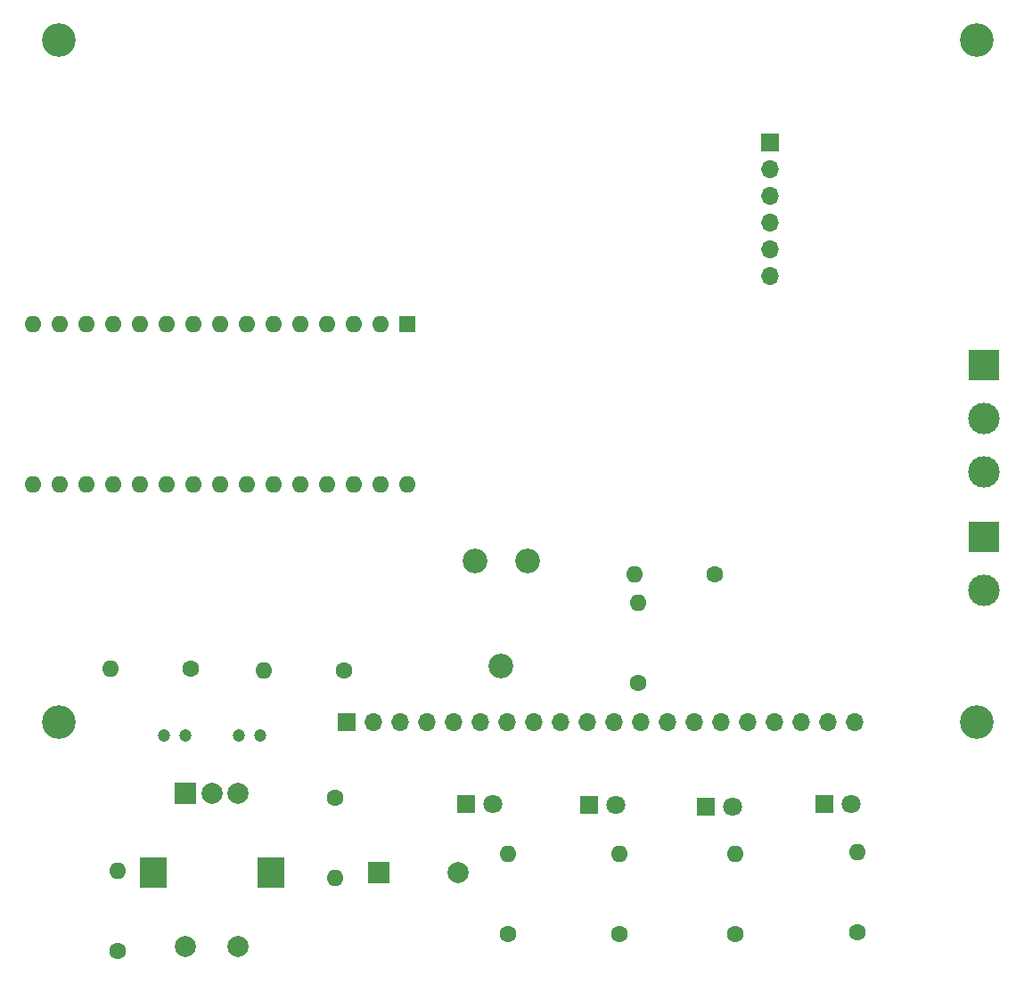
<source format=gbr>
%TF.GenerationSoftware,KiCad,Pcbnew,8.0.5*%
%TF.CreationDate,2024-12-25T22:13:30-08:00*%
%TF.ProjectId,ToastyReflowOvenPCB,546f6173-7479-4526-9566-6c6f774f7665,rev?*%
%TF.SameCoordinates,Original*%
%TF.FileFunction,Soldermask,Top*%
%TF.FilePolarity,Negative*%
%FSLAX46Y46*%
G04 Gerber Fmt 4.6, Leading zero omitted, Abs format (unit mm)*
G04 Created by KiCad (PCBNEW 8.0.5) date 2024-12-25 22:13:30*
%MOMM*%
%LPD*%
G01*
G04 APERTURE LIST*
%ADD10C,1.600000*%
%ADD11O,1.600000X1.600000*%
%ADD12C,3.200000*%
%ADD13R,2.000000X2.000000*%
%ADD14C,2.000000*%
%ADD15R,2.500000X3.000000*%
%ADD16C,2.340000*%
%ADD17R,3.000000X3.000000*%
%ADD18C,3.000000*%
%ADD19R,1.700000X1.700000*%
%ADD20O,1.700000X1.700000*%
%ADD21R,1.800000X1.800000*%
%ADD22C,1.800000*%
%ADD23C,1.200000*%
%ADD24R,1.600000X1.600000*%
G04 APERTURE END LIST*
D10*
%TO.C,R10*%
X154020000Y-101720000D03*
D11*
X146400000Y-101720000D03*
%TD*%
D12*
%TO.C,H4*%
X91690000Y-115770800D03*
%TD*%
%TO.C,H3*%
X178939000Y-115770800D03*
%TD*%
%TO.C,H2*%
X178939000Y-50950000D03*
%TD*%
%TO.C,H1*%
X91690000Y-50950000D03*
%TD*%
D10*
%TO.C,R8*%
X118750000Y-110870000D03*
D11*
X111130000Y-110870000D03*
%TD*%
D10*
%TO.C,R7*%
X104200000Y-110740000D03*
D11*
X96580000Y-110740000D03*
%TD*%
D13*
%TO.C,SW1*%
X103740000Y-122610000D03*
D14*
X108740000Y-122610000D03*
X106240000Y-122610000D03*
D15*
X100640000Y-130110000D03*
X111840000Y-130110000D03*
D14*
X103740000Y-137110000D03*
X108740000Y-137110000D03*
%TD*%
D16*
%TO.C,RV1*%
X131210000Y-100510000D03*
X133710000Y-110510000D03*
X136210000Y-100510000D03*
%TD*%
D10*
%TO.C,R9*%
X97260000Y-137590000D03*
D11*
X97260000Y-129970000D03*
%TD*%
D10*
%TO.C,R6*%
X146700000Y-112060000D03*
D11*
X146700000Y-104440000D03*
%TD*%
D10*
%TO.C,R5*%
X117900000Y-122980000D03*
D11*
X117900000Y-130600000D03*
%TD*%
D10*
%TO.C,R4*%
X167520000Y-135750000D03*
D11*
X167520000Y-128130000D03*
%TD*%
D10*
%TO.C,R3*%
X144970000Y-135930000D03*
D11*
X144970000Y-128310000D03*
%TD*%
D10*
%TO.C,R2*%
X155960000Y-135930000D03*
D11*
X155960000Y-128310000D03*
%TD*%
D10*
%TO.C,R1*%
X134340000Y-136000000D03*
D11*
X134340000Y-128380000D03*
%TD*%
D17*
%TO.C,J4*%
X179540000Y-98200000D03*
D18*
X179540000Y-103280000D03*
%TD*%
D19*
%TO.C,J3*%
X119020000Y-115770800D03*
D20*
X121560000Y-115770800D03*
X124100000Y-115770800D03*
X126640000Y-115770800D03*
X129180000Y-115770800D03*
X131720000Y-115770800D03*
X134260000Y-115770800D03*
X136800000Y-115770800D03*
X139340000Y-115770800D03*
X141880000Y-115770800D03*
X144420000Y-115770800D03*
X146960000Y-115770800D03*
X149500000Y-115770800D03*
X152040000Y-115770800D03*
X154580000Y-115770800D03*
X157120000Y-115770800D03*
X159660000Y-115770800D03*
X162200000Y-115770800D03*
X164740000Y-115770800D03*
X167280000Y-115770800D03*
%TD*%
D17*
%TO.C,J2*%
X179600000Y-81830000D03*
D18*
X179600000Y-86910000D03*
X179600000Y-91990000D03*
%TD*%
D19*
%TO.C,J1*%
X159220000Y-60650000D03*
D20*
X159220000Y-63190000D03*
X159220000Y-65730000D03*
X159220000Y-68270000D03*
X159220000Y-70810000D03*
X159220000Y-73350000D03*
%TD*%
D21*
%TO.C,D4*%
X130395000Y-123640000D03*
D22*
X132935000Y-123640000D03*
%TD*%
D21*
%TO.C,D3*%
X153155000Y-123830000D03*
D22*
X155695000Y-123830000D03*
%TD*%
D21*
%TO.C,D2*%
X164425000Y-123610000D03*
D22*
X166965000Y-123610000D03*
%TD*%
D21*
%TO.C,D1*%
X142075000Y-123720000D03*
D22*
X144615000Y-123720000D03*
%TD*%
D23*
%TO.C,C2*%
X101690000Y-117100000D03*
X103690000Y-117100000D03*
%TD*%
%TO.C,C1*%
X108800000Y-117100000D03*
X110800000Y-117100000D03*
%TD*%
D13*
%TO.C,BZ1*%
X122060000Y-130110000D03*
D14*
X129660000Y-130110000D03*
%TD*%
D24*
%TO.C,A1*%
X124780000Y-77980000D03*
D11*
X122240000Y-77980000D03*
X119700000Y-77980000D03*
X117160000Y-77980000D03*
X114620000Y-77980000D03*
X112080000Y-77980000D03*
X109540000Y-77980000D03*
X107000000Y-77980000D03*
X104460000Y-77980000D03*
X101920000Y-77980000D03*
X99380000Y-77980000D03*
X96840000Y-77980000D03*
X94300000Y-77980000D03*
X91760000Y-77980000D03*
X89220000Y-77980000D03*
X89220000Y-93220000D03*
X91760000Y-93220000D03*
X94300000Y-93220000D03*
X96840000Y-93220000D03*
X99380000Y-93220000D03*
X101920000Y-93220000D03*
X104460000Y-93220000D03*
X107000000Y-93220000D03*
X109540000Y-93220000D03*
X112080000Y-93220000D03*
X114620000Y-93220000D03*
X117160000Y-93220000D03*
X119700000Y-93220000D03*
X122240000Y-93220000D03*
X124780000Y-93220000D03*
%TD*%
M02*

</source>
